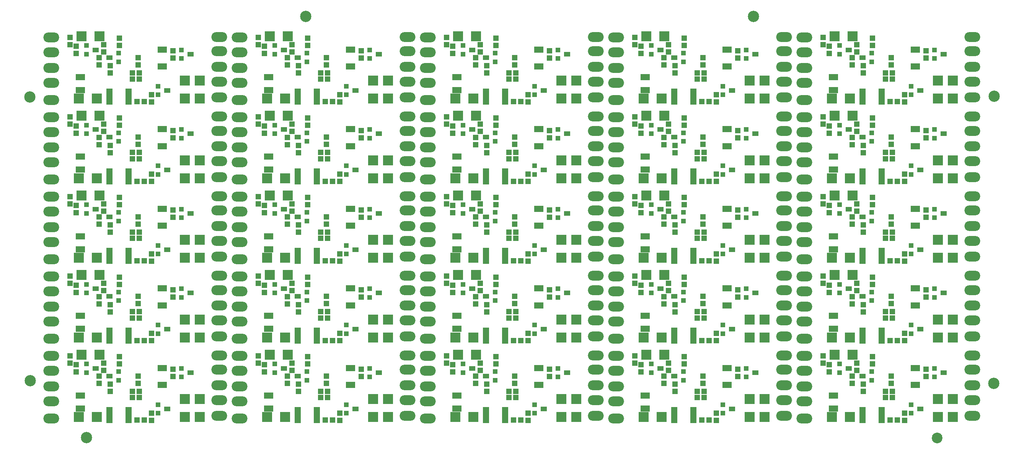
<source format=gbs>
G04*
G04 #@! TF.GenerationSoftware,Altium Limited,Altium Designer,23.8.1 (32)*
G04*
G04 Layer_Color=16711935*
%FSTAX26Y26*%
%MOIN*%
G70*
G04*
G04 #@! TF.SameCoordinates,0658DAE7-6568-40E7-827A-ADBA6E925618*
G04*
G04*
G04 #@! TF.FilePolarity,Negative*
G04*
G01*
G75*
%ADD61C,0.098425*%
%ADD62C,0.093228*%
%ADD63R,0.047370X0.045402*%
%ADD69R,0.045402X0.047370*%
%ADD73R,0.078866X0.057213*%
%ADD74R,0.086740X0.086740*%
%ADD75O,0.137921X0.086740*%
%ADD76R,0.044000X0.044000*%
%ADD77R,0.058000X0.044000*%
%ADD78R,0.055244X0.141858*%
%ADD79R,0.078866X0.053276*%
%ADD80R,0.086740X0.086740*%
D61*
X08298266Y02878928D02*
D03*
X08295266Y00370928D02*
D03*
X06204031Y0357336D02*
D03*
X02304031D02*
D03*
X-00098483Y003937D02*
D03*
X00393512Y-00101861D02*
D03*
X-00099298Y02871928D02*
D03*
D62*
X07802266Y-00104867D02*
D03*
D63*
X00303788Y0053267D02*
D03*
Y00469677D02*
D03*
X0025Y00548504D02*
D03*
Y00611496D02*
D03*
X00543788Y0054767D02*
D03*
Y00484677D02*
D03*
X00678788Y00539677D02*
D03*
Y0060267D02*
D03*
X00503788Y0043267D02*
D03*
Y00369677D02*
D03*
X00598788Y0036267D02*
D03*
Y00299677D02*
D03*
X0096Y00111496D02*
D03*
Y00048504D02*
D03*
X01147016Y0049267D02*
D03*
Y00429677D02*
D03*
X00843788Y00434166D02*
D03*
Y00371173D02*
D03*
X01943789Y0053267D02*
D03*
Y00469677D02*
D03*
X01890001Y00548504D02*
D03*
Y00611496D02*
D03*
X02183789Y0054767D02*
D03*
Y00484677D02*
D03*
X02318789Y00539677D02*
D03*
Y0060267D02*
D03*
X02143789Y0043267D02*
D03*
Y00369677D02*
D03*
X02238789Y0036267D02*
D03*
Y00299677D02*
D03*
X02600001Y00111496D02*
D03*
Y00048504D02*
D03*
X02787017Y0049267D02*
D03*
Y00429677D02*
D03*
X02483789Y00434166D02*
D03*
Y00371173D02*
D03*
X03583789Y0053267D02*
D03*
Y00469677D02*
D03*
X03530002Y00548504D02*
D03*
Y00611496D02*
D03*
X03823789Y0054767D02*
D03*
Y00484677D02*
D03*
X03958789Y00539677D02*
D03*
Y0060267D02*
D03*
X03783789Y0043267D02*
D03*
Y00369677D02*
D03*
X03878789Y0036267D02*
D03*
Y00299677D02*
D03*
X04240002Y00111496D02*
D03*
Y00048504D02*
D03*
X04427018Y0049267D02*
D03*
Y00429677D02*
D03*
X04123789Y00434166D02*
D03*
Y00371173D02*
D03*
X0522379Y0053267D02*
D03*
Y00469677D02*
D03*
X05170002Y00548504D02*
D03*
Y00611496D02*
D03*
X0546379Y0054767D02*
D03*
Y00484677D02*
D03*
X0559879Y00539677D02*
D03*
Y0060267D02*
D03*
X0542379Y0043267D02*
D03*
Y00369677D02*
D03*
X0551879Y0036267D02*
D03*
Y00299677D02*
D03*
X05880002Y00111496D02*
D03*
Y00048504D02*
D03*
X06067019Y0049267D02*
D03*
Y00429677D02*
D03*
X0576379Y00434166D02*
D03*
Y00371173D02*
D03*
X06863791Y0053267D02*
D03*
Y00469677D02*
D03*
X06810003Y00548504D02*
D03*
Y00611496D02*
D03*
X07103791Y0054767D02*
D03*
Y00484677D02*
D03*
X07238791Y00539677D02*
D03*
Y0060267D02*
D03*
X07063791Y0043267D02*
D03*
Y00369677D02*
D03*
X07158791Y0036267D02*
D03*
Y00299677D02*
D03*
X07520003Y00111496D02*
D03*
Y00048504D02*
D03*
X07707019Y0049267D02*
D03*
Y00429677D02*
D03*
X07403791Y00434166D02*
D03*
Y00371173D02*
D03*
X00303788Y0122767D02*
D03*
Y01164677D02*
D03*
X0025Y01243504D02*
D03*
Y01306496D02*
D03*
X00543788Y0124267D02*
D03*
Y01179677D02*
D03*
X00678788Y01234677D02*
D03*
Y0129767D02*
D03*
X00503788Y0112767D02*
D03*
Y01064677D02*
D03*
X00598788Y0105767D02*
D03*
Y00994677D02*
D03*
X0096Y00806496D02*
D03*
Y00743504D02*
D03*
X01147016Y01187669D02*
D03*
Y01124677D02*
D03*
X00843788Y01129166D02*
D03*
Y01066174D02*
D03*
X01943789Y0122767D02*
D03*
Y01164677D02*
D03*
X01890001Y01243504D02*
D03*
Y01306496D02*
D03*
X02183789Y0124267D02*
D03*
Y01179677D02*
D03*
X02318789Y01234677D02*
D03*
Y0129767D02*
D03*
X02143789Y0112767D02*
D03*
Y01064677D02*
D03*
X02238789Y0105767D02*
D03*
Y00994677D02*
D03*
X02600001Y00806496D02*
D03*
Y00743504D02*
D03*
X02787017Y01187669D02*
D03*
Y01124677D02*
D03*
X02483789Y01129166D02*
D03*
Y01066174D02*
D03*
X03583789Y0122767D02*
D03*
Y01164677D02*
D03*
X03530002Y01243504D02*
D03*
Y01306496D02*
D03*
X03823789Y0124267D02*
D03*
Y01179677D02*
D03*
X03958789Y01234677D02*
D03*
Y0129767D02*
D03*
X03783789Y0112767D02*
D03*
Y01064677D02*
D03*
X03878789Y0105767D02*
D03*
Y00994677D02*
D03*
X04240002Y00806496D02*
D03*
Y00743504D02*
D03*
X04427018Y01187669D02*
D03*
Y01124677D02*
D03*
X04123789Y01129166D02*
D03*
Y01066174D02*
D03*
X0522379Y0122767D02*
D03*
Y01164677D02*
D03*
X05170002Y01243504D02*
D03*
Y01306496D02*
D03*
X0546379Y0124267D02*
D03*
Y01179677D02*
D03*
X0559879Y01234677D02*
D03*
Y0129767D02*
D03*
X0542379Y0112767D02*
D03*
Y01064677D02*
D03*
X0551879Y0105767D02*
D03*
Y00994677D02*
D03*
X05880002Y00806496D02*
D03*
Y00743504D02*
D03*
X06067019Y01187669D02*
D03*
Y01124677D02*
D03*
X0576379Y01129166D02*
D03*
Y01066174D02*
D03*
X06863791Y0122767D02*
D03*
Y01164677D02*
D03*
X06810003Y01243504D02*
D03*
Y01306496D02*
D03*
X07103791Y0124267D02*
D03*
Y01179677D02*
D03*
X07238791Y01234677D02*
D03*
Y0129767D02*
D03*
X07063791Y0112767D02*
D03*
Y01064677D02*
D03*
X07158791Y0105767D02*
D03*
Y00994677D02*
D03*
X07520003Y00806496D02*
D03*
Y00743504D02*
D03*
X07707019Y01187669D02*
D03*
Y01124677D02*
D03*
X07403791Y01129166D02*
D03*
Y01066174D02*
D03*
X00303788Y0192267D02*
D03*
Y01859677D02*
D03*
X0025Y01938504D02*
D03*
Y02001496D02*
D03*
X00543788Y0193767D02*
D03*
Y01874677D02*
D03*
X00678788Y01929677D02*
D03*
Y0199267D02*
D03*
X00503788Y0182267D02*
D03*
Y01759677D02*
D03*
X00598788Y0175267D02*
D03*
Y01689677D02*
D03*
X0096Y01501496D02*
D03*
Y01438504D02*
D03*
X01147016Y01882669D02*
D03*
Y01819677D02*
D03*
X00843788Y01824166D02*
D03*
Y01761174D02*
D03*
X01943789Y0192267D02*
D03*
Y01859677D02*
D03*
X01890001Y01938504D02*
D03*
Y02001496D02*
D03*
X02183789Y0193767D02*
D03*
Y01874677D02*
D03*
X02318789Y01929677D02*
D03*
Y0199267D02*
D03*
X02143789Y0182267D02*
D03*
Y01759677D02*
D03*
X02238789Y0175267D02*
D03*
Y01689677D02*
D03*
X02600001Y01501496D02*
D03*
Y01438504D02*
D03*
X02787017Y01882669D02*
D03*
Y01819677D02*
D03*
X02483789Y01824166D02*
D03*
Y01761174D02*
D03*
X03583789Y0192267D02*
D03*
Y01859677D02*
D03*
X03530002Y01938504D02*
D03*
Y02001496D02*
D03*
X03823789Y0193767D02*
D03*
Y01874677D02*
D03*
X03958789Y01929677D02*
D03*
Y0199267D02*
D03*
X03783789Y0182267D02*
D03*
Y01759677D02*
D03*
X03878789Y0175267D02*
D03*
Y01689677D02*
D03*
X04240002Y01501496D02*
D03*
Y01438504D02*
D03*
X04427018Y01882669D02*
D03*
Y01819677D02*
D03*
X04123789Y01824166D02*
D03*
Y01761174D02*
D03*
X0522379Y0192267D02*
D03*
Y01859677D02*
D03*
X05170002Y01938504D02*
D03*
Y02001496D02*
D03*
X0546379Y0193767D02*
D03*
Y01874677D02*
D03*
X0559879Y01929677D02*
D03*
Y0199267D02*
D03*
X0542379Y0182267D02*
D03*
Y01759677D02*
D03*
X0551879Y0175267D02*
D03*
Y01689677D02*
D03*
X05880002Y01501496D02*
D03*
Y01438504D02*
D03*
X06067019Y01882669D02*
D03*
Y01819677D02*
D03*
X0576379Y01824166D02*
D03*
Y01761174D02*
D03*
X06863791Y0192267D02*
D03*
Y01859677D02*
D03*
X06810003Y01938504D02*
D03*
Y02001496D02*
D03*
X07103791Y0193767D02*
D03*
Y01874677D02*
D03*
X07238791Y01929677D02*
D03*
Y0199267D02*
D03*
X07063791Y0182267D02*
D03*
Y01759677D02*
D03*
X07158791Y0175267D02*
D03*
Y01689677D02*
D03*
X07520003Y01501496D02*
D03*
Y01438504D02*
D03*
X07707019Y01882669D02*
D03*
Y01819677D02*
D03*
X07403791Y01824166D02*
D03*
Y01761174D02*
D03*
X00303788Y0261767D02*
D03*
Y02554677D02*
D03*
X0025Y02633504D02*
D03*
Y02696496D02*
D03*
X00543788Y0263267D02*
D03*
Y02569677D02*
D03*
X00678788Y02624677D02*
D03*
Y0268767D02*
D03*
X00503788Y0251767D02*
D03*
Y02454677D02*
D03*
X00598788Y0244767D02*
D03*
Y02384677D02*
D03*
X0096Y02196496D02*
D03*
Y02133504D02*
D03*
X01147016Y02577669D02*
D03*
Y02514677D02*
D03*
X00843788Y02519166D02*
D03*
Y02456173D02*
D03*
X01943789Y0261767D02*
D03*
Y02554677D02*
D03*
X01890001Y02633504D02*
D03*
Y02696496D02*
D03*
X02183789Y0263267D02*
D03*
Y02569677D02*
D03*
X02318789Y02624677D02*
D03*
Y0268767D02*
D03*
X02143789Y0251767D02*
D03*
Y02454677D02*
D03*
X02238789Y0244767D02*
D03*
Y02384677D02*
D03*
X02600001Y02196496D02*
D03*
Y02133504D02*
D03*
X02787017Y02577669D02*
D03*
Y02514677D02*
D03*
X02483789Y02519166D02*
D03*
Y02456173D02*
D03*
X03583789Y0261767D02*
D03*
Y02554677D02*
D03*
X03530002Y02633504D02*
D03*
Y02696496D02*
D03*
X03823789Y0263267D02*
D03*
Y02569677D02*
D03*
X03958789Y02624677D02*
D03*
Y0268767D02*
D03*
X03783789Y0251767D02*
D03*
Y02454677D02*
D03*
X03878789Y0244767D02*
D03*
Y02384677D02*
D03*
X04240002Y02196496D02*
D03*
Y02133504D02*
D03*
X04427018Y02577669D02*
D03*
Y02514677D02*
D03*
X04123789Y02519166D02*
D03*
Y02456173D02*
D03*
X0522379Y0261767D02*
D03*
Y02554677D02*
D03*
X05170002Y02633504D02*
D03*
Y02696496D02*
D03*
X0546379Y0263267D02*
D03*
Y02569677D02*
D03*
X0559879Y02624677D02*
D03*
Y0268767D02*
D03*
X0542379Y0251767D02*
D03*
Y02454677D02*
D03*
X0551879Y0244767D02*
D03*
Y02384677D02*
D03*
X05880002Y02196496D02*
D03*
Y02133504D02*
D03*
X06067019Y02577669D02*
D03*
Y02514677D02*
D03*
X0576379Y02519166D02*
D03*
Y02456173D02*
D03*
X06863791Y0261767D02*
D03*
Y02554677D02*
D03*
X06810003Y02633504D02*
D03*
Y02696496D02*
D03*
X07103791Y0263267D02*
D03*
Y02569677D02*
D03*
X07238791Y02624677D02*
D03*
Y0268767D02*
D03*
X07063791Y0251767D02*
D03*
Y02454677D02*
D03*
X07158791Y0244767D02*
D03*
Y02384677D02*
D03*
X07520003Y02196496D02*
D03*
Y02133504D02*
D03*
X07707019Y02577669D02*
D03*
Y02514677D02*
D03*
X07403791Y02519166D02*
D03*
Y02456173D02*
D03*
X00303788Y0331267D02*
D03*
Y03249677D02*
D03*
X0025Y03328504D02*
D03*
Y03391496D02*
D03*
X00543788Y0332767D02*
D03*
Y03264677D02*
D03*
X00678788Y03319677D02*
D03*
Y0338267D02*
D03*
X00503788Y0321267D02*
D03*
Y03149677D02*
D03*
X00598788Y0314267D02*
D03*
Y03079677D02*
D03*
X0096Y02891496D02*
D03*
Y02828504D02*
D03*
X01147016Y03272669D02*
D03*
Y03209677D02*
D03*
X00843788Y03214166D02*
D03*
Y03151173D02*
D03*
X01943789Y0331267D02*
D03*
Y03249677D02*
D03*
X01890001Y03328504D02*
D03*
Y03391496D02*
D03*
X02183789Y0332767D02*
D03*
Y03264677D02*
D03*
X02318789Y03319677D02*
D03*
Y0338267D02*
D03*
X02143789Y0321267D02*
D03*
Y03149677D02*
D03*
X02238789Y0314267D02*
D03*
Y03079677D02*
D03*
X02600001Y02891496D02*
D03*
Y02828504D02*
D03*
X02787017Y03272669D02*
D03*
Y03209677D02*
D03*
X02483789Y03214166D02*
D03*
Y03151173D02*
D03*
X03583789Y0331267D02*
D03*
Y03249677D02*
D03*
X03530002Y03328504D02*
D03*
Y03391496D02*
D03*
X03823789Y0332767D02*
D03*
Y03264677D02*
D03*
X03958789Y03319677D02*
D03*
Y0338267D02*
D03*
X03783789Y0321267D02*
D03*
Y03149677D02*
D03*
X03878789Y0314267D02*
D03*
Y03079677D02*
D03*
X04240002Y02891496D02*
D03*
Y02828504D02*
D03*
X04427018Y03272669D02*
D03*
Y03209677D02*
D03*
X04123789Y03214166D02*
D03*
Y03151173D02*
D03*
X0522379Y0331267D02*
D03*
Y03249677D02*
D03*
X05170002Y03328504D02*
D03*
Y03391496D02*
D03*
X0546379Y0332767D02*
D03*
Y03264677D02*
D03*
X0559879Y03319677D02*
D03*
Y0338267D02*
D03*
X0542379Y0321267D02*
D03*
Y03149677D02*
D03*
X0551879Y0314267D02*
D03*
Y03079677D02*
D03*
X05880002Y02891496D02*
D03*
Y02828504D02*
D03*
X06067019Y03272669D02*
D03*
Y03209677D02*
D03*
X0576379Y03214166D02*
D03*
Y03151173D02*
D03*
X06863791Y0331267D02*
D03*
Y03249677D02*
D03*
X06810003Y03328504D02*
D03*
Y03391496D02*
D03*
X07103791Y0332767D02*
D03*
Y03264677D02*
D03*
X07238791Y03319677D02*
D03*
Y0338267D02*
D03*
X07063791Y0321267D02*
D03*
Y03149677D02*
D03*
X07158791Y0314267D02*
D03*
Y03079677D02*
D03*
X07520003Y02891496D02*
D03*
Y02828504D02*
D03*
X07707019Y03272669D02*
D03*
Y03209677D02*
D03*
X07403791Y03214166D02*
D03*
Y03151173D02*
D03*
D69*
X00853788Y00301173D02*
D03*
X00790796D02*
D03*
X00853788Y00246173D02*
D03*
X00790796D02*
D03*
X00833504Y0005D02*
D03*
X00896496D02*
D03*
X02493789Y00301173D02*
D03*
X02430797D02*
D03*
X02493789Y00246173D02*
D03*
X02430797D02*
D03*
X02473505Y0005D02*
D03*
X02536497D02*
D03*
X04133789Y00301173D02*
D03*
X04070797D02*
D03*
X04133789Y00246173D02*
D03*
X04070797D02*
D03*
X04113506Y0005D02*
D03*
X04176498D02*
D03*
X0577379Y00301173D02*
D03*
X05710798D02*
D03*
X0577379Y00246173D02*
D03*
X05710798D02*
D03*
X05753506Y0005D02*
D03*
X05816499D02*
D03*
X07413791Y00301173D02*
D03*
X07350799D02*
D03*
X07413791Y00246173D02*
D03*
X07350799D02*
D03*
X07393507Y0005D02*
D03*
X07456499D02*
D03*
X00853788Y00996173D02*
D03*
X00790796D02*
D03*
X00853788Y00941173D02*
D03*
X00790796D02*
D03*
X00833504Y00745D02*
D03*
X00896496D02*
D03*
X02493789Y00996173D02*
D03*
X02430797D02*
D03*
X02493789Y00941173D02*
D03*
X02430797D02*
D03*
X02473505Y00745D02*
D03*
X02536497D02*
D03*
X04133789Y00996173D02*
D03*
X04070797D02*
D03*
X04133789Y00941173D02*
D03*
X04070797D02*
D03*
X04113506Y00745D02*
D03*
X04176498D02*
D03*
X0577379Y00996173D02*
D03*
X05710798D02*
D03*
X0577379Y00941173D02*
D03*
X05710798D02*
D03*
X05753506Y00745D02*
D03*
X05816499D02*
D03*
X07413791Y00996173D02*
D03*
X07350799D02*
D03*
X07413791Y00941173D02*
D03*
X07350799D02*
D03*
X07393507Y00745D02*
D03*
X07456499D02*
D03*
X00853788Y01691174D02*
D03*
X00790796D02*
D03*
X00853788Y01636174D02*
D03*
X00790796D02*
D03*
X00833504Y0144D02*
D03*
X00896496D02*
D03*
X02493789Y01691174D02*
D03*
X02430797D02*
D03*
X02493789Y01636174D02*
D03*
X02430797D02*
D03*
X02473505Y0144D02*
D03*
X02536497D02*
D03*
X04133789Y01691174D02*
D03*
X04070797D02*
D03*
X04133789Y01636174D02*
D03*
X04070797D02*
D03*
X04113506Y0144D02*
D03*
X04176498D02*
D03*
X0577379Y01691174D02*
D03*
X05710798D02*
D03*
X0577379Y01636174D02*
D03*
X05710798D02*
D03*
X05753506Y0144D02*
D03*
X05816499D02*
D03*
X07413791Y01691174D02*
D03*
X07350799D02*
D03*
X07413791Y01636174D02*
D03*
X07350799D02*
D03*
X07393507Y0144D02*
D03*
X07456499D02*
D03*
X00853788Y02386173D02*
D03*
X00790796D02*
D03*
X00853788Y02331173D02*
D03*
X00790796D02*
D03*
X00833504Y02135D02*
D03*
X00896496D02*
D03*
X02493789Y02386173D02*
D03*
X02430797D02*
D03*
X02493789Y02331173D02*
D03*
X02430797D02*
D03*
X02473505Y02135D02*
D03*
X02536497D02*
D03*
X04133789Y02386173D02*
D03*
X04070797D02*
D03*
X04133789Y02331173D02*
D03*
X04070797D02*
D03*
X04113506Y02135D02*
D03*
X04176498D02*
D03*
X0577379Y02386173D02*
D03*
X05710798D02*
D03*
X0577379Y02331173D02*
D03*
X05710798D02*
D03*
X05753506Y02135D02*
D03*
X05816499D02*
D03*
X07413791Y02386173D02*
D03*
X07350799D02*
D03*
X07413791Y02331173D02*
D03*
X07350799D02*
D03*
X07393507Y02135D02*
D03*
X07456499D02*
D03*
X00853788Y03081173D02*
D03*
X00790796D02*
D03*
X00853788Y03026173D02*
D03*
X00790796D02*
D03*
X00833504Y0283D02*
D03*
X00896496D02*
D03*
X02493789Y03081173D02*
D03*
X02430797D02*
D03*
X02493789Y03026173D02*
D03*
X02430797D02*
D03*
X02473505Y0283D02*
D03*
X02536497D02*
D03*
X04133789Y03081173D02*
D03*
X04070797D02*
D03*
X04133789Y03026173D02*
D03*
X04070797D02*
D03*
X04113506Y0283D02*
D03*
X04176498D02*
D03*
X0577379Y03081173D02*
D03*
X05710798D02*
D03*
X0577379Y03026173D02*
D03*
X05710798D02*
D03*
X05753506Y0283D02*
D03*
X05816499D02*
D03*
X07413791Y03081173D02*
D03*
X07350799D02*
D03*
X07413791Y03026173D02*
D03*
X07350799D02*
D03*
X07393507Y0283D02*
D03*
X07456499D02*
D03*
D73*
X01052371Y00504992D02*
D03*
Y00357355D02*
D03*
X02692372Y00504992D02*
D03*
Y00357355D02*
D03*
X04332372Y00504992D02*
D03*
Y00357355D02*
D03*
X05972373Y00504992D02*
D03*
Y00357355D02*
D03*
X07612374Y00504992D02*
D03*
Y00357355D02*
D03*
X01052371Y01199992D02*
D03*
Y01052355D02*
D03*
X02692372Y01199992D02*
D03*
Y01052355D02*
D03*
X04332372Y01199992D02*
D03*
Y01052355D02*
D03*
X05972373Y01199992D02*
D03*
Y01052355D02*
D03*
X07612374Y01199992D02*
D03*
Y01052355D02*
D03*
X01052371Y01894992D02*
D03*
Y01747355D02*
D03*
X02692372Y01894992D02*
D03*
Y01747355D02*
D03*
X04332372Y01894992D02*
D03*
Y01747355D02*
D03*
X05972373Y01894992D02*
D03*
Y01747355D02*
D03*
X07612374Y01894992D02*
D03*
Y01747355D02*
D03*
X01052371Y02589992D02*
D03*
Y02442355D02*
D03*
X02692372Y02589992D02*
D03*
Y02442355D02*
D03*
X04332372Y02589992D02*
D03*
Y02442355D02*
D03*
X05972373Y02589992D02*
D03*
Y02442355D02*
D03*
X07612374Y02589992D02*
D03*
Y02442355D02*
D03*
X01052371Y03284992D02*
D03*
Y03137355D02*
D03*
X02692372Y03284992D02*
D03*
Y03137355D02*
D03*
X04332372Y03284992D02*
D03*
Y03137355D02*
D03*
X05972373Y03284992D02*
D03*
Y03137355D02*
D03*
X07612374Y03284992D02*
D03*
Y03137355D02*
D03*
D74*
X00350454Y00621173D02*
D03*
X00507123D02*
D03*
X00325454Y00076174D02*
D03*
X00482123D02*
D03*
X01990454Y00621173D02*
D03*
X02147124D02*
D03*
X01965454Y00076174D02*
D03*
X02122124D02*
D03*
X03630455Y00621173D02*
D03*
X03787124D02*
D03*
X03605455Y00076174D02*
D03*
X03762124D02*
D03*
X05270456Y00621173D02*
D03*
X05427125D02*
D03*
X05245456Y00076174D02*
D03*
X05402125D02*
D03*
X06910456Y00621173D02*
D03*
X07067126D02*
D03*
X06885456Y00076174D02*
D03*
X07042126D02*
D03*
X00350454Y01316174D02*
D03*
X00507123D02*
D03*
X00325454Y00771173D02*
D03*
X00482123D02*
D03*
X01990454Y01316174D02*
D03*
X02147124D02*
D03*
X01965454Y00771173D02*
D03*
X02122124D02*
D03*
X03630455Y01316174D02*
D03*
X03787124D02*
D03*
X03605455Y00771173D02*
D03*
X03762124D02*
D03*
X05270456Y01316174D02*
D03*
X05427125D02*
D03*
X05245456Y00771173D02*
D03*
X05402125D02*
D03*
X06910456Y01316174D02*
D03*
X07067126D02*
D03*
X06885456Y00771173D02*
D03*
X07042126D02*
D03*
X00350454Y02011174D02*
D03*
X00507123D02*
D03*
X00325454Y01466174D02*
D03*
X00482123D02*
D03*
X01990454Y02011174D02*
D03*
X02147124D02*
D03*
X01965454Y01466174D02*
D03*
X02122124D02*
D03*
X03630455Y02011174D02*
D03*
X03787124D02*
D03*
X03605455Y01466174D02*
D03*
X03762124D02*
D03*
X05270456Y02011174D02*
D03*
X05427125D02*
D03*
X05245456Y01466174D02*
D03*
X05402125D02*
D03*
X06910456Y02011174D02*
D03*
X07067126D02*
D03*
X06885456Y01466174D02*
D03*
X07042126D02*
D03*
X00350454Y02706173D02*
D03*
X00507123D02*
D03*
X00325454Y02161173D02*
D03*
X00482123D02*
D03*
X01990454Y02706173D02*
D03*
X02147124D02*
D03*
X01965454Y02161173D02*
D03*
X02122124D02*
D03*
X03630455Y02706173D02*
D03*
X03787124D02*
D03*
X03605455Y02161173D02*
D03*
X03762124D02*
D03*
X05270456Y02706173D02*
D03*
X05427125D02*
D03*
X05245456Y02161173D02*
D03*
X05402125D02*
D03*
X06910456Y02706173D02*
D03*
X07067126D02*
D03*
X06885456Y02161173D02*
D03*
X07042126D02*
D03*
X00350454Y03401173D02*
D03*
X00507123D02*
D03*
X00325454Y02856173D02*
D03*
X00482123D02*
D03*
X01990454Y03401173D02*
D03*
X02147124D02*
D03*
X01965454Y02856173D02*
D03*
X02122124D02*
D03*
X03630455Y03401173D02*
D03*
X03787124D02*
D03*
X03605455Y02856173D02*
D03*
X03762124D02*
D03*
X05270456Y03401173D02*
D03*
X05427125D02*
D03*
X05245456Y02856173D02*
D03*
X05402125D02*
D03*
X06910456Y03401173D02*
D03*
X07067126D02*
D03*
X06885456Y02856173D02*
D03*
X07042126D02*
D03*
D75*
X00085Y00065D02*
D03*
Y00215D02*
D03*
Y00345D02*
D03*
Y0048D02*
D03*
Y0061D02*
D03*
X0155Y00225D02*
D03*
Y00086289D02*
D03*
Y00355D02*
D03*
Y0049D02*
D03*
Y00615D02*
D03*
X01725001Y00065D02*
D03*
Y00215D02*
D03*
Y00345D02*
D03*
Y0048D02*
D03*
Y0061D02*
D03*
X03190001Y00225D02*
D03*
Y00086289D02*
D03*
Y00355D02*
D03*
Y0049D02*
D03*
Y00615D02*
D03*
X03365002Y00065D02*
D03*
Y00215D02*
D03*
Y00345D02*
D03*
Y0048D02*
D03*
Y0061D02*
D03*
X04830002Y00225D02*
D03*
Y00086289D02*
D03*
Y00355D02*
D03*
Y0049D02*
D03*
Y00615D02*
D03*
X05005002Y00065D02*
D03*
Y00215D02*
D03*
Y00345D02*
D03*
Y0048D02*
D03*
Y0061D02*
D03*
X06470002Y00225D02*
D03*
Y00086289D02*
D03*
Y00355D02*
D03*
Y0049D02*
D03*
Y00615D02*
D03*
X06645003Y00065D02*
D03*
Y00215D02*
D03*
Y00345D02*
D03*
Y0048D02*
D03*
Y0061D02*
D03*
X08110003Y00225D02*
D03*
Y00086289D02*
D03*
Y00355D02*
D03*
Y0049D02*
D03*
Y00615D02*
D03*
X00085Y0076D02*
D03*
Y0091D02*
D03*
Y0104D02*
D03*
Y01175D02*
D03*
Y01305D02*
D03*
X0155Y0092D02*
D03*
Y00781289D02*
D03*
Y0105D02*
D03*
Y01185D02*
D03*
Y0131D02*
D03*
X01725001Y0076D02*
D03*
Y0091D02*
D03*
Y0104D02*
D03*
Y01175D02*
D03*
Y01305D02*
D03*
X03190001Y0092D02*
D03*
Y00781289D02*
D03*
Y0105D02*
D03*
Y01185D02*
D03*
Y0131D02*
D03*
X03365002Y0076D02*
D03*
Y0091D02*
D03*
Y0104D02*
D03*
Y01175D02*
D03*
Y01305D02*
D03*
X04830002Y0092D02*
D03*
Y00781289D02*
D03*
Y0105D02*
D03*
Y01185D02*
D03*
Y0131D02*
D03*
X05005002Y0076D02*
D03*
Y0091D02*
D03*
Y0104D02*
D03*
Y01175D02*
D03*
Y01305D02*
D03*
X06470002Y0092D02*
D03*
Y00781289D02*
D03*
Y0105D02*
D03*
Y01185D02*
D03*
Y0131D02*
D03*
X06645003Y0076D02*
D03*
Y0091D02*
D03*
Y0104D02*
D03*
Y01175D02*
D03*
Y01305D02*
D03*
X08110003Y0092D02*
D03*
Y00781289D02*
D03*
Y0105D02*
D03*
Y01185D02*
D03*
Y0131D02*
D03*
X00085Y01455D02*
D03*
Y01605D02*
D03*
Y01735D02*
D03*
Y0187D02*
D03*
Y02D02*
D03*
X0155Y01615D02*
D03*
Y01476289D02*
D03*
Y01745D02*
D03*
Y0188D02*
D03*
Y02005D02*
D03*
X01725001Y01455D02*
D03*
Y01605D02*
D03*
Y01735D02*
D03*
Y0187D02*
D03*
Y02D02*
D03*
X03190001Y01615D02*
D03*
Y01476289D02*
D03*
Y01745D02*
D03*
Y0188D02*
D03*
Y02005D02*
D03*
X03365002Y01455D02*
D03*
Y01605D02*
D03*
Y01735D02*
D03*
Y0187D02*
D03*
Y02D02*
D03*
X04830002Y01615D02*
D03*
Y01476289D02*
D03*
Y01745D02*
D03*
Y0188D02*
D03*
Y02005D02*
D03*
X05005002Y01455D02*
D03*
Y01605D02*
D03*
Y01735D02*
D03*
Y0187D02*
D03*
Y02D02*
D03*
X06470002Y01615D02*
D03*
Y01476289D02*
D03*
Y01745D02*
D03*
Y0188D02*
D03*
Y02005D02*
D03*
X06645003Y01455D02*
D03*
Y01605D02*
D03*
Y01735D02*
D03*
Y0187D02*
D03*
Y02D02*
D03*
X08110003Y01615D02*
D03*
Y01476289D02*
D03*
Y01745D02*
D03*
Y0188D02*
D03*
Y02005D02*
D03*
X00085Y0215D02*
D03*
Y023D02*
D03*
Y0243D02*
D03*
Y02565D02*
D03*
Y02695D02*
D03*
X0155Y0231D02*
D03*
Y02171289D02*
D03*
Y0244D02*
D03*
Y02575D02*
D03*
Y027D02*
D03*
X01725001Y0215D02*
D03*
Y023D02*
D03*
Y0243D02*
D03*
Y02565D02*
D03*
Y02695D02*
D03*
X03190001Y0231D02*
D03*
Y02171289D02*
D03*
Y0244D02*
D03*
Y02575D02*
D03*
Y027D02*
D03*
X03365002Y0215D02*
D03*
Y023D02*
D03*
Y0243D02*
D03*
Y02565D02*
D03*
Y02695D02*
D03*
X04830002Y0231D02*
D03*
Y02171289D02*
D03*
Y0244D02*
D03*
Y02575D02*
D03*
Y027D02*
D03*
X05005002Y0215D02*
D03*
Y023D02*
D03*
Y0243D02*
D03*
Y02565D02*
D03*
Y02695D02*
D03*
X06470002Y0231D02*
D03*
Y02171289D02*
D03*
Y0244D02*
D03*
Y02575D02*
D03*
Y027D02*
D03*
X06645003Y0215D02*
D03*
Y023D02*
D03*
Y0243D02*
D03*
Y02565D02*
D03*
Y02695D02*
D03*
X08110003Y0231D02*
D03*
Y02171289D02*
D03*
Y0244D02*
D03*
Y02575D02*
D03*
Y027D02*
D03*
X00085Y02845D02*
D03*
Y02995D02*
D03*
Y03125D02*
D03*
Y0326D02*
D03*
Y0339D02*
D03*
X0155Y03005D02*
D03*
Y02866289D02*
D03*
Y03135D02*
D03*
Y0327D02*
D03*
Y03395D02*
D03*
X01725001Y02845D02*
D03*
Y02995D02*
D03*
Y03125D02*
D03*
Y0326D02*
D03*
Y0339D02*
D03*
X03190001Y03005D02*
D03*
Y02866289D02*
D03*
Y03135D02*
D03*
Y0327D02*
D03*
Y03395D02*
D03*
X03365002Y02845D02*
D03*
Y02995D02*
D03*
Y03125D02*
D03*
Y0326D02*
D03*
Y0339D02*
D03*
X04830002Y03005D02*
D03*
Y02866289D02*
D03*
Y03135D02*
D03*
Y0327D02*
D03*
Y03395D02*
D03*
X05005002Y02845D02*
D03*
Y02995D02*
D03*
Y03125D02*
D03*
Y0326D02*
D03*
Y0339D02*
D03*
X06470002Y03005D02*
D03*
Y02866289D02*
D03*
Y03135D02*
D03*
Y0327D02*
D03*
Y03395D02*
D03*
X06645003Y02845D02*
D03*
Y02995D02*
D03*
Y03125D02*
D03*
Y0326D02*
D03*
Y0339D02*
D03*
X08110003Y03005D02*
D03*
Y02866289D02*
D03*
Y03135D02*
D03*
Y0327D02*
D03*
Y03395D02*
D03*
D76*
X00393286Y00464175D02*
D03*
Y00539176D02*
D03*
X00673788Y00398673D02*
D03*
Y00473673D02*
D03*
X01218788Y00426173D02*
D03*
Y00501173D02*
D03*
X01015Y0011D02*
D03*
Y00185D02*
D03*
X02033287Y00464175D02*
D03*
Y00539176D02*
D03*
X02313789Y00398673D02*
D03*
Y00473673D02*
D03*
X02858789Y00426173D02*
D03*
Y00501173D02*
D03*
X02655001Y0011D02*
D03*
Y00185D02*
D03*
X03673288Y00464175D02*
D03*
Y00539176D02*
D03*
X03953789Y00398673D02*
D03*
Y00473673D02*
D03*
X04498789Y00426173D02*
D03*
Y00501173D02*
D03*
X04295002Y0011D02*
D03*
Y00185D02*
D03*
X05313288Y00464175D02*
D03*
Y00539176D02*
D03*
X0559379Y00398673D02*
D03*
Y00473673D02*
D03*
X0613879Y00426173D02*
D03*
Y00501173D02*
D03*
X05935002Y0011D02*
D03*
Y00185D02*
D03*
X06953289Y00464175D02*
D03*
Y00539176D02*
D03*
X07233791Y00398673D02*
D03*
Y00473673D02*
D03*
X07778791Y00426173D02*
D03*
Y00501173D02*
D03*
X07575003Y0011D02*
D03*
Y00185D02*
D03*
X00393286Y01159176D02*
D03*
Y01234176D02*
D03*
X00673788Y01093673D02*
D03*
Y01168673D02*
D03*
X01218788Y01121174D02*
D03*
Y01196174D02*
D03*
X01015Y00805D02*
D03*
Y0088D02*
D03*
X02033287Y01159176D02*
D03*
Y01234176D02*
D03*
X02313789Y01093673D02*
D03*
Y01168673D02*
D03*
X02858789Y01121174D02*
D03*
Y01196174D02*
D03*
X02655001Y00805D02*
D03*
Y0088D02*
D03*
X03673288Y01159176D02*
D03*
Y01234176D02*
D03*
X03953789Y01093673D02*
D03*
Y01168673D02*
D03*
X04498789Y01121174D02*
D03*
Y01196174D02*
D03*
X04295002Y00805D02*
D03*
Y0088D02*
D03*
X05313288Y01159176D02*
D03*
Y01234176D02*
D03*
X0559379Y01093673D02*
D03*
Y01168673D02*
D03*
X0613879Y01121174D02*
D03*
Y01196174D02*
D03*
X05935002Y00805D02*
D03*
Y0088D02*
D03*
X06953289Y01159176D02*
D03*
Y01234176D02*
D03*
X07233791Y01093673D02*
D03*
Y01168673D02*
D03*
X07778791Y01121174D02*
D03*
Y01196174D02*
D03*
X07575003Y00805D02*
D03*
Y0088D02*
D03*
X00393286Y01854176D02*
D03*
Y01929176D02*
D03*
X00673788Y01788673D02*
D03*
Y01863673D02*
D03*
X01218788Y01816174D02*
D03*
Y01891174D02*
D03*
X01015Y015D02*
D03*
Y01575D02*
D03*
X02033287Y01854176D02*
D03*
Y01929176D02*
D03*
X02313789Y01788673D02*
D03*
Y01863673D02*
D03*
X02858789Y01816174D02*
D03*
Y01891174D02*
D03*
X02655001Y015D02*
D03*
Y01575D02*
D03*
X03673288Y01854176D02*
D03*
Y01929176D02*
D03*
X03953789Y01788673D02*
D03*
Y01863673D02*
D03*
X04498789Y01816174D02*
D03*
Y01891174D02*
D03*
X04295002Y015D02*
D03*
Y01575D02*
D03*
X05313288Y01854176D02*
D03*
Y01929176D02*
D03*
X0559379Y01788673D02*
D03*
Y01863673D02*
D03*
X0613879Y01816174D02*
D03*
Y01891174D02*
D03*
X05935002Y015D02*
D03*
Y01575D02*
D03*
X06953289Y01854176D02*
D03*
Y01929176D02*
D03*
X07233791Y01788673D02*
D03*
Y01863673D02*
D03*
X07778791Y01816174D02*
D03*
Y01891174D02*
D03*
X07575003Y015D02*
D03*
Y01575D02*
D03*
X00393286Y02549175D02*
D03*
Y02624175D02*
D03*
X00673788Y02483673D02*
D03*
Y02558673D02*
D03*
X01218788Y02511173D02*
D03*
Y02586173D02*
D03*
X01015Y02195D02*
D03*
Y0227D02*
D03*
X02033287Y02549175D02*
D03*
Y02624175D02*
D03*
X02313789Y02483673D02*
D03*
Y02558673D02*
D03*
X02858789Y02511173D02*
D03*
Y02586173D02*
D03*
X02655001Y02195D02*
D03*
Y0227D02*
D03*
X03673288Y02549175D02*
D03*
Y02624175D02*
D03*
X03953789Y02483673D02*
D03*
Y02558673D02*
D03*
X04498789Y02511173D02*
D03*
Y02586173D02*
D03*
X04295002Y02195D02*
D03*
Y0227D02*
D03*
X05313288Y02549175D02*
D03*
Y02624175D02*
D03*
X0559379Y02483673D02*
D03*
Y02558673D02*
D03*
X0613879Y02511173D02*
D03*
Y02586173D02*
D03*
X05935002Y02195D02*
D03*
Y0227D02*
D03*
X06953289Y02549175D02*
D03*
Y02624175D02*
D03*
X07233791Y02483673D02*
D03*
Y02558673D02*
D03*
X07778791Y02511173D02*
D03*
Y02586173D02*
D03*
X07575003Y02195D02*
D03*
Y0227D02*
D03*
X00393286Y03244175D02*
D03*
Y03319175D02*
D03*
X00673788Y03178673D02*
D03*
Y03253673D02*
D03*
X01218788Y03206173D02*
D03*
Y03281173D02*
D03*
X01015Y0289D02*
D03*
Y02965D02*
D03*
X02033287Y03244175D02*
D03*
Y03319175D02*
D03*
X02313789Y03178673D02*
D03*
Y03253673D02*
D03*
X02858789Y03206173D02*
D03*
Y03281173D02*
D03*
X02655001Y0289D02*
D03*
Y02965D02*
D03*
X03673288Y03244175D02*
D03*
Y03319175D02*
D03*
X03953789Y03178673D02*
D03*
Y03253673D02*
D03*
X04498789Y03206173D02*
D03*
Y03281173D02*
D03*
X04295002Y0289D02*
D03*
Y02965D02*
D03*
X05313288Y03244175D02*
D03*
Y03319175D02*
D03*
X0559379Y03178673D02*
D03*
Y03253673D02*
D03*
X0613879Y03206173D02*
D03*
Y03281173D02*
D03*
X05935002Y0289D02*
D03*
Y02965D02*
D03*
X06953289Y03244175D02*
D03*
Y03319175D02*
D03*
X07233791Y03178673D02*
D03*
Y03253673D02*
D03*
X07778791Y03206173D02*
D03*
Y03281173D02*
D03*
X07575003Y0289D02*
D03*
Y02965D02*
D03*
D77*
X00473286Y00502175D02*
D03*
X00593788Y00435673D02*
D03*
X01298788Y00464173D02*
D03*
X01095Y00148D02*
D03*
X02113287Y00502175D02*
D03*
X02233789Y00435673D02*
D03*
X02938789Y00464173D02*
D03*
X02735001Y00148D02*
D03*
X03753288Y00502175D02*
D03*
X03873789Y00435673D02*
D03*
X04578789Y00464173D02*
D03*
X04375002Y00148D02*
D03*
X05393288Y00502175D02*
D03*
X0551379Y00435673D02*
D03*
X0621879Y00464173D02*
D03*
X06015002Y00148D02*
D03*
X07033289Y00502175D02*
D03*
X07153791Y00435673D02*
D03*
X07858791Y00464173D02*
D03*
X07655003Y00148D02*
D03*
X00473286Y01197176D02*
D03*
X00593788Y01130673D02*
D03*
X01298788Y01159174D02*
D03*
X01095Y00843D02*
D03*
X02113287Y01197176D02*
D03*
X02233789Y01130673D02*
D03*
X02938789Y01159174D02*
D03*
X02735001Y00843D02*
D03*
X03753288Y01197176D02*
D03*
X03873789Y01130673D02*
D03*
X04578789Y01159174D02*
D03*
X04375002Y00843D02*
D03*
X05393288Y01197176D02*
D03*
X0551379Y01130673D02*
D03*
X0621879Y01159174D02*
D03*
X06015002Y00843D02*
D03*
X07033289Y01197176D02*
D03*
X07153791Y01130673D02*
D03*
X07858791Y01159174D02*
D03*
X07655003Y00843D02*
D03*
X00473286Y01892176D02*
D03*
X00593788Y01825673D02*
D03*
X01298788Y01854174D02*
D03*
X01095Y01538D02*
D03*
X02113287Y01892176D02*
D03*
X02233789Y01825673D02*
D03*
X02938789Y01854174D02*
D03*
X02735001Y01538D02*
D03*
X03753288Y01892176D02*
D03*
X03873789Y01825673D02*
D03*
X04578789Y01854174D02*
D03*
X04375002Y01538D02*
D03*
X05393288Y01892176D02*
D03*
X0551379Y01825673D02*
D03*
X0621879Y01854174D02*
D03*
X06015002Y01538D02*
D03*
X07033289Y01892176D02*
D03*
X07153791Y01825673D02*
D03*
X07858791Y01854174D02*
D03*
X07655003Y01538D02*
D03*
X00473286Y02587175D02*
D03*
X00593788Y02520673D02*
D03*
X01298788Y02549173D02*
D03*
X01095Y02233D02*
D03*
X02113287Y02587175D02*
D03*
X02233789Y02520673D02*
D03*
X02938789Y02549173D02*
D03*
X02735001Y02233D02*
D03*
X03753288Y02587175D02*
D03*
X03873789Y02520673D02*
D03*
X04578789Y02549173D02*
D03*
X04375002Y02233D02*
D03*
X05393288Y02587175D02*
D03*
X0551379Y02520673D02*
D03*
X0621879Y02549173D02*
D03*
X06015002Y02233D02*
D03*
X07033289Y02587175D02*
D03*
X07153791Y02520673D02*
D03*
X07858791Y02549173D02*
D03*
X07655003Y02233D02*
D03*
X00473286Y03282175D02*
D03*
X00593788Y03215673D02*
D03*
X01298788Y03244173D02*
D03*
X01095Y02928D02*
D03*
X02113287Y03282175D02*
D03*
X02233789Y03215673D02*
D03*
X02938789Y03244173D02*
D03*
X02735001Y02928D02*
D03*
X03753288Y03282175D02*
D03*
X03873789Y03215673D02*
D03*
X04578789Y03244173D02*
D03*
X04375002Y02928D02*
D03*
X05393288Y03282175D02*
D03*
X0551379Y03215673D02*
D03*
X0621879Y03244173D02*
D03*
X06015002Y02928D02*
D03*
X07033289Y03282175D02*
D03*
X07153791Y03215673D02*
D03*
X07858791Y03244173D02*
D03*
X07655003Y02928D02*
D03*
D78*
X00757765Y00094087D02*
D03*
X0059241D02*
D03*
X02397765D02*
D03*
X02232411D02*
D03*
X04037766D02*
D03*
X03872412D02*
D03*
X05677767D02*
D03*
X05512412D02*
D03*
X07317767D02*
D03*
X07152413D02*
D03*
X00757765Y00789087D02*
D03*
X0059241D02*
D03*
X02397765D02*
D03*
X02232411D02*
D03*
X04037766D02*
D03*
X03872412D02*
D03*
X05677767D02*
D03*
X05512412D02*
D03*
X07317767D02*
D03*
X07152413D02*
D03*
X00757765Y01484087D02*
D03*
X0059241D02*
D03*
X02397765D02*
D03*
X02232411D02*
D03*
X04037766D02*
D03*
X03872412D02*
D03*
X05677767D02*
D03*
X05512412D02*
D03*
X07317767D02*
D03*
X07152413D02*
D03*
X00757765Y02179087D02*
D03*
X0059241D02*
D03*
X02397765D02*
D03*
X02232411D02*
D03*
X04037766D02*
D03*
X03872412D02*
D03*
X05677767D02*
D03*
X05512412D02*
D03*
X07317767D02*
D03*
X07152413D02*
D03*
X00757765Y02874087D02*
D03*
X0059241D02*
D03*
X02397765D02*
D03*
X02232411D02*
D03*
X04037766D02*
D03*
X03872412D02*
D03*
X05677767D02*
D03*
X05512412D02*
D03*
X07317767D02*
D03*
X07152413D02*
D03*
D79*
X00338788Y00265347D02*
D03*
Y00151173D02*
D03*
X01978789Y00265347D02*
D03*
Y00151173D02*
D03*
X03618789Y00265347D02*
D03*
Y00151173D02*
D03*
X0525879Y00265347D02*
D03*
Y00151173D02*
D03*
X06898791Y00265347D02*
D03*
Y00151173D02*
D03*
X00338788Y00960347D02*
D03*
Y00846173D02*
D03*
X01978789Y00960347D02*
D03*
Y00846173D02*
D03*
X03618789Y00960347D02*
D03*
Y00846173D02*
D03*
X0525879Y00960347D02*
D03*
Y00846173D02*
D03*
X06898791Y00960347D02*
D03*
Y00846173D02*
D03*
X00338788Y01655347D02*
D03*
Y01541174D02*
D03*
X01978789Y01655347D02*
D03*
Y01541174D02*
D03*
X03618789Y01655347D02*
D03*
Y01541174D02*
D03*
X0525879Y01655347D02*
D03*
Y01541174D02*
D03*
X06898791Y01655347D02*
D03*
Y01541174D02*
D03*
X00338788Y02350347D02*
D03*
Y02236173D02*
D03*
X01978789Y02350347D02*
D03*
Y02236173D02*
D03*
X03618789Y02350347D02*
D03*
Y02236173D02*
D03*
X0525879Y02350347D02*
D03*
Y02236173D02*
D03*
X06898791Y02350347D02*
D03*
Y02236173D02*
D03*
X00338788Y03045347D02*
D03*
Y02931173D02*
D03*
X01978789Y03045347D02*
D03*
Y02931173D02*
D03*
X03618789Y03045347D02*
D03*
Y02931173D02*
D03*
X0525879Y03045347D02*
D03*
Y02931173D02*
D03*
X06898791Y03045347D02*
D03*
Y02931173D02*
D03*
D80*
X01378158Y00233228D02*
D03*
Y00076559D02*
D03*
X0125Y00233335D02*
D03*
Y00076665D02*
D03*
X03018159Y00233228D02*
D03*
Y00076559D02*
D03*
X02890001Y00233335D02*
D03*
Y00076665D02*
D03*
X0465816Y00233228D02*
D03*
Y00076559D02*
D03*
X04530002Y00233335D02*
D03*
Y00076665D02*
D03*
X0629816Y00233228D02*
D03*
Y00076559D02*
D03*
X06170002Y00233335D02*
D03*
Y00076665D02*
D03*
X07938161Y00233228D02*
D03*
Y00076559D02*
D03*
X07810003Y00233335D02*
D03*
Y00076665D02*
D03*
X01378158Y00928228D02*
D03*
Y00771559D02*
D03*
X0125Y00928335D02*
D03*
Y00771665D02*
D03*
X03018159Y00928228D02*
D03*
Y00771559D02*
D03*
X02890001Y00928335D02*
D03*
Y00771665D02*
D03*
X0465816Y00928228D02*
D03*
Y00771559D02*
D03*
X04530002Y00928335D02*
D03*
Y00771665D02*
D03*
X0629816Y00928228D02*
D03*
Y00771559D02*
D03*
X06170002Y00928335D02*
D03*
Y00771665D02*
D03*
X07938161Y00928228D02*
D03*
Y00771559D02*
D03*
X07810003Y00928335D02*
D03*
Y00771665D02*
D03*
X01378158Y01623228D02*
D03*
Y01466559D02*
D03*
X0125Y01623335D02*
D03*
Y01466665D02*
D03*
X03018159Y01623228D02*
D03*
Y01466559D02*
D03*
X02890001Y01623335D02*
D03*
Y01466665D02*
D03*
X0465816Y01623228D02*
D03*
Y01466559D02*
D03*
X04530002Y01623335D02*
D03*
Y01466665D02*
D03*
X0629816Y01623228D02*
D03*
Y01466559D02*
D03*
X06170002Y01623335D02*
D03*
Y01466665D02*
D03*
X07938161Y01623228D02*
D03*
Y01466559D02*
D03*
X07810003Y01623335D02*
D03*
Y01466665D02*
D03*
X01378158Y02318228D02*
D03*
Y02161559D02*
D03*
X0125Y02318335D02*
D03*
Y02161665D02*
D03*
X03018159Y02318228D02*
D03*
Y02161559D02*
D03*
X02890001Y02318335D02*
D03*
Y02161665D02*
D03*
X0465816Y02318228D02*
D03*
Y02161559D02*
D03*
X04530002Y02318335D02*
D03*
Y02161665D02*
D03*
X0629816Y02318228D02*
D03*
Y02161559D02*
D03*
X06170002Y02318335D02*
D03*
Y02161665D02*
D03*
X07938161Y02318228D02*
D03*
Y02161559D02*
D03*
X07810003Y02318335D02*
D03*
Y02161665D02*
D03*
X01378158Y03013228D02*
D03*
Y02856559D02*
D03*
X0125Y03013335D02*
D03*
Y02856665D02*
D03*
X03018159Y03013228D02*
D03*
Y02856559D02*
D03*
X02890001Y03013335D02*
D03*
Y02856665D02*
D03*
X0465816Y03013228D02*
D03*
Y02856559D02*
D03*
X04530002Y03013335D02*
D03*
Y02856665D02*
D03*
X0629816Y03013228D02*
D03*
Y02856559D02*
D03*
X06170002Y03013335D02*
D03*
Y02856665D02*
D03*
X07938161Y03013228D02*
D03*
Y02856559D02*
D03*
X07810003Y03013335D02*
D03*
Y02856665D02*
D03*
M02*

</source>
